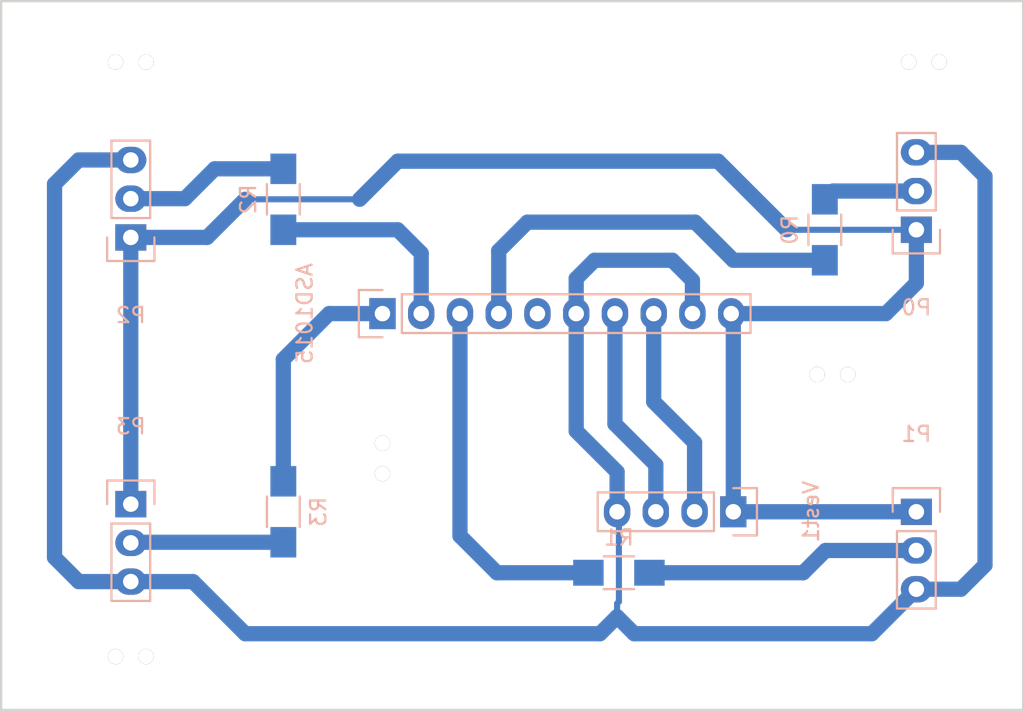
<source format=kicad_pcb>
(kicad_pcb (version 4) (host pcbnew 4.0.4-stable)

  (general
    (links 21)
    (no_connects 0)
    (area 120.924999 61.585713 188.075001 120.414287)
    (thickness 1.6)
    (drawings 4)
    (tracks 73)
    (zones 0)
    (modules 15)
    (nets 13)
  )

  (page A4)
  (layers
    (0 F.Cu signal)
    (31 B.Cu signal)
    (32 B.Adhes user)
    (33 F.Adhes user)
    (34 B.Paste user)
    (35 F.Paste user)
    (36 B.SilkS user)
    (37 F.SilkS user)
    (38 B.Mask user)
    (39 F.Mask user)
    (40 Dwgs.User user)
    (41 Cmts.User user)
    (42 Eco1.User user)
    (43 Eco2.User user)
    (44 Edge.Cuts user)
    (45 Margin user)
    (46 B.CrtYd user)
    (47 F.CrtYd user)
    (48 B.Fab user)
    (49 F.Fab user)
  )

  (setup
    (last_trace_width 0.4)
    (trace_clearance 0.2)
    (zone_clearance 0.508)
    (zone_45_only no)
    (trace_min 0.4)
    (segment_width 0.2)
    (edge_width 0.15)
    (via_size 0.6)
    (via_drill 0.4)
    (via_min_size 0.4)
    (via_min_drill 0.3)
    (uvia_size 0.3)
    (uvia_drill 0.1)
    (uvias_allowed no)
    (uvia_min_size 0.2)
    (uvia_min_drill 0.1)
    (pcb_text_width 0.3)
    (pcb_text_size 1.5 1.5)
    (mod_edge_width 0.15)
    (mod_text_size 1 1)
    (mod_text_width 0.15)
    (pad_size 1.524 1.524)
    (pad_drill 0.762)
    (pad_to_mask_clearance 0.2)
    (aux_axis_origin 0 0)
    (visible_elements FFFFFF7F)
    (pcbplotparams
      (layerselection 0x01000_80000000)
      (usegerberextensions false)
      (excludeedgelayer true)
      (linewidth 0.100000)
      (plotframeref false)
      (viasonmask false)
      (mode 1)
      (useauxorigin false)
      (hpglpennumber 1)
      (hpglpenspeed 20)
      (hpglpendiameter 15)
      (hpglpenoverlay 2)
      (psnegative false)
      (psa4output false)
      (plotreference true)
      (plotvalue true)
      (plotinvisibletext false)
      (padsonsilk false)
      (subtractmaskfromsilk false)
      (outputformat 1)
      (mirror false)
      (drillshape 0)
      (scaleselection 1)
      (outputdirectory gerbers/))
  )

  (net 0 "")
  (net 1 A3)
  (net 2 A2)
  (net 3 A1)
  (net 4 A0)
  (net 5 SDA)
  (net 6 SCL)
  (net 7 GND)
  (net 8 VCC)
  (net 9 "Net-(P1-Pad2)")
  (net 10 "Net-(P2-Pad2)")
  (net 11 "Net-(P3-Pad2)")
  (net 12 "Net-(P0-Pad2)")

  (net_class Default "This is the default net class."
    (clearance 0.2)
    (trace_width 0.4)
    (via_dia 0.6)
    (via_drill 0.4)
    (uvia_dia 0.3)
    (uvia_drill 0.1)
    (add_net A0)
    (add_net A1)
    (add_net A2)
    (add_net A3)
    (add_net GND)
    (add_net "Net-(P0-Pad2)")
    (add_net "Net-(P1-Pad2)")
    (add_net "Net-(P2-Pad2)")
    (add_net "Net-(P3-Pad2)")
    (add_net SCL)
    (add_net SDA)
    (add_net VCC)
  )

  (net_class Smaller ""
    (clearance 0.2)
    (trace_width 0.4)
    (via_dia 0.6)
    (via_drill 0.4)
    (uvia_dia 0.3)
    (uvia_drill 0.1)
  )

  (module sewing_hole (layer B.Cu) (tedit 58525952) (tstamp 58525A63)
    (at 174 92 270)
    (descr "Through hole pin header")
    (tags "pin header")
    (fp_text reference REF** (at 0 5.1 270) (layer B.SilkS) hide
      (effects (font (size 1 1) (thickness 0.15)) (justify mirror))
    )
    (fp_text value Pin_Header_Straight_1x02 (at 0 3.1 270) (layer B.Fab) hide
      (effects (font (size 1 1) (thickness 0.15)) (justify mirror))
    )
    (fp_line (start -1.75 1.75) (end -1.75 -4.3) (layer B.CrtYd) (width 0.05))
    (fp_line (start 1.75 1.75) (end 1.75 -4.3) (layer B.CrtYd) (width 0.05))
    (fp_line (start -1.75 1.75) (end 1.75 1.75) (layer B.CrtYd) (width 0.05))
    (fp_line (start -1.75 -4.3) (end 1.75 -4.3) (layer B.CrtYd) (width 0.05))
    (pad 1 thru_hole circle (at 0 -0.5 270) (size 1 1) (drill 1) (layers *.Cu *.Mask))
    (pad 2 thru_hole circle (at 0 -2.5 270) (size 1 1) (drill 1) (layers *.Cu *.Mask))
    (model Pin_Headers.3dshapes/Pin_Header_Straight_1x02.wrl
      (at (xyz 0 -0.05 0))
      (scale (xyz 1 1 1))
      (rotate (xyz 0 0 90))
    )
  )

  (module sewing_hole (layer B.Cu) (tedit 58525952) (tstamp 58525A4F)
    (at 180 71.5 270)
    (descr "Through hole pin header")
    (tags "pin header")
    (fp_text reference REF** (at 0 5.1 270) (layer B.SilkS) hide
      (effects (font (size 1 1) (thickness 0.15)) (justify mirror))
    )
    (fp_text value Pin_Header_Straight_1x02 (at 0 3.1 270) (layer B.Fab) hide
      (effects (font (size 1 1) (thickness 0.15)) (justify mirror))
    )
    (fp_line (start -1.75 1.75) (end -1.75 -4.3) (layer B.CrtYd) (width 0.05))
    (fp_line (start 1.75 1.75) (end 1.75 -4.3) (layer B.CrtYd) (width 0.05))
    (fp_line (start -1.75 1.75) (end 1.75 1.75) (layer B.CrtYd) (width 0.05))
    (fp_line (start -1.75 -4.3) (end 1.75 -4.3) (layer B.CrtYd) (width 0.05))
    (pad 1 thru_hole circle (at 0 -0.5 270) (size 1 1) (drill 1) (layers *.Cu *.Mask))
    (pad 2 thru_hole circle (at 0 -2.5 270) (size 1 1) (drill 1) (layers *.Cu *.Mask))
    (model Pin_Headers.3dshapes/Pin_Header_Straight_1x02.wrl
      (at (xyz 0 -0.05 0))
      (scale (xyz 1 1 1))
      (rotate (xyz 0 0 90))
    )
  )

  (module sewing_hole (layer B.Cu) (tedit 58525952) (tstamp 58525A30)
    (at 146 96 180)
    (descr "Through hole pin header")
    (tags "pin header")
    (fp_text reference REF** (at 0 5.1 180) (layer B.SilkS) hide
      (effects (font (size 1 1) (thickness 0.15)) (justify mirror))
    )
    (fp_text value Pin_Header_Straight_1x02 (at 0 3.1 180) (layer B.Fab) hide
      (effects (font (size 1 1) (thickness 0.15)) (justify mirror))
    )
    (fp_line (start -1.75 1.75) (end -1.75 -4.3) (layer B.CrtYd) (width 0.05))
    (fp_line (start 1.75 1.75) (end 1.75 -4.3) (layer B.CrtYd) (width 0.05))
    (fp_line (start -1.75 1.75) (end 1.75 1.75) (layer B.CrtYd) (width 0.05))
    (fp_line (start -1.75 -4.3) (end 1.75 -4.3) (layer B.CrtYd) (width 0.05))
    (pad 1 thru_hole circle (at 0 -0.5 180) (size 1 1) (drill 1) (layers *.Cu *.Mask))
    (pad 2 thru_hole circle (at 0 -2.5 180) (size 1 1) (drill 1) (layers *.Cu *.Mask))
    (model Pin_Headers.3dshapes/Pin_Header_Straight_1x02.wrl
      (at (xyz 0 -0.05 0))
      (scale (xyz 1 1 1))
      (rotate (xyz 0 0 90))
    )
  )

  (module sewing_hole (layer B.Cu) (tedit 58525952) (tstamp 58525A10)
    (at 128 110.5 270)
    (descr "Through hole pin header")
    (tags "pin header")
    (fp_text reference REF** (at 0 5.1 270) (layer B.SilkS) hide
      (effects (font (size 1 1) (thickness 0.15)) (justify mirror))
    )
    (fp_text value Pin_Header_Straight_1x02 (at 0 3.1 270) (layer B.Fab) hide
      (effects (font (size 1 1) (thickness 0.15)) (justify mirror))
    )
    (fp_line (start -1.75 1.75) (end -1.75 -4.3) (layer B.CrtYd) (width 0.05))
    (fp_line (start 1.75 1.75) (end 1.75 -4.3) (layer B.CrtYd) (width 0.05))
    (fp_line (start -1.75 1.75) (end 1.75 1.75) (layer B.CrtYd) (width 0.05))
    (fp_line (start -1.75 -4.3) (end 1.75 -4.3) (layer B.CrtYd) (width 0.05))
    (pad 1 thru_hole circle (at 0 -0.5 270) (size 1 1) (drill 1) (layers *.Cu *.Mask))
    (pad 2 thru_hole circle (at 0 -2.5 270) (size 1 1) (drill 1) (layers *.Cu *.Mask))
    (model Pin_Headers.3dshapes/Pin_Header_Straight_1x02.wrl
      (at (xyz 0 -0.05 0))
      (scale (xyz 1 1 1))
      (rotate (xyz 0 0 90))
    )
  )

  (module sewing_hole (layer B.Cu) (tedit 58525952) (tstamp 58525890)
    (at 128 71.5 270)
    (descr "Through hole pin header")
    (tags "pin header")
    (fp_text reference REF** (at 0 5.1 270) (layer B.SilkS) hide
      (effects (font (size 1 1) (thickness 0.15)) (justify mirror))
    )
    (fp_text value Pin_Header_Straight_1x02 (at 0 3.1 270) (layer B.Fab) hide
      (effects (font (size 1 1) (thickness 0.15)) (justify mirror))
    )
    (fp_line (start -1.75 1.75) (end -1.75 -4.3) (layer B.CrtYd) (width 0.05))
    (fp_line (start 1.75 1.75) (end 1.75 -4.3) (layer B.CrtYd) (width 0.05))
    (fp_line (start -1.75 1.75) (end 1.75 1.75) (layer B.CrtYd) (width 0.05))
    (fp_line (start -1.75 -4.3) (end 1.75 -4.3) (layer B.CrtYd) (width 0.05))
    (pad 1 thru_hole circle (at 0 -0.5 270) (size 1 1) (drill 1) (layers *.Cu *.Mask))
    (pad 2 thru_hole circle (at 0 -2.5 270) (size 1 1) (drill 1) (layers *.Cu *.Mask))
    (model Pin_Headers.3dshapes/Pin_Header_Straight_1x02.wrl
      (at (xyz 0 -0.05 0))
      (scale (xyz 1 1 1))
      (rotate (xyz 0 0 90))
    )
  )

  (module Pin_Headers:Pin_Header_Straight_1x10 (layer B.Cu) (tedit 0) (tstamp 58524506)
    (at 146 88 270)
    (descr "Through hole pin header")
    (tags "pin header")
    (path /58523C5C)
    (fp_text reference ASD1015 (at 0 5.1 270) (layer B.SilkS)
      (effects (font (size 1 1) (thickness 0.15)) (justify mirror))
    )
    (fp_text value CONN_01X10 (at 0 3.1 270) (layer B.Fab)
      (effects (font (size 1 1) (thickness 0.15)) (justify mirror))
    )
    (fp_line (start -1.75 1.75) (end -1.75 -24.65) (layer B.CrtYd) (width 0.05))
    (fp_line (start 1.75 1.75) (end 1.75 -24.65) (layer B.CrtYd) (width 0.05))
    (fp_line (start -1.75 1.75) (end 1.75 1.75) (layer B.CrtYd) (width 0.05))
    (fp_line (start -1.75 -24.65) (end 1.75 -24.65) (layer B.CrtYd) (width 0.05))
    (fp_line (start 1.27 -1.27) (end 1.27 -24.13) (layer B.SilkS) (width 0.15))
    (fp_line (start 1.27 -24.13) (end -1.27 -24.13) (layer B.SilkS) (width 0.15))
    (fp_line (start -1.27 -24.13) (end -1.27 -1.27) (layer B.SilkS) (width 0.15))
    (fp_line (start 1.55 1.55) (end 1.55 0) (layer B.SilkS) (width 0.15))
    (fp_line (start 1.27 -1.27) (end -1.27 -1.27) (layer B.SilkS) (width 0.15))
    (fp_line (start -1.55 0) (end -1.55 1.55) (layer B.SilkS) (width 0.15))
    (fp_line (start -1.55 1.55) (end 1.55 1.55) (layer B.SilkS) (width 0.15))
    (pad 1 thru_hole rect (at 0 0 270) (size 2.032 1.7272) (drill 1.016) (layers *.Cu *.Mask)
      (net 1 A3))
    (pad 2 thru_hole oval (at 0 -2.54 270) (size 2.032 1.7272) (drill 1.016) (layers *.Cu *.Mask)
      (net 2 A2))
    (pad 3 thru_hole oval (at 0 -5.08 270) (size 2.032 1.7272) (drill 1.016) (layers *.Cu *.Mask)
      (net 3 A1))
    (pad 4 thru_hole oval (at 0 -7.62 270) (size 2.032 1.7272) (drill 1.016) (layers *.Cu *.Mask)
      (net 4 A0))
    (pad 5 thru_hole oval (at 0 -10.16 270) (size 2.032 1.7272) (drill 1.016) (layers *.Cu *.Mask))
    (pad 6 thru_hole oval (at 0 -12.7 270) (size 2.032 1.7272) (drill 1.016) (layers *.Cu *.Mask)
      (net 7 GND))
    (pad 7 thru_hole oval (at 0 -15.24 270) (size 2.032 1.7272) (drill 1.016) (layers *.Cu *.Mask)
      (net 5 SDA))
    (pad 8 thru_hole oval (at 0 -17.78 270) (size 2.032 1.7272) (drill 1.016) (layers *.Cu *.Mask)
      (net 6 SCL))
    (pad 9 thru_hole oval (at 0 -20.32 270) (size 2.032 1.7272) (drill 1.016) (layers *.Cu *.Mask)
      (net 7 GND))
    (pad 10 thru_hole oval (at 0 -22.86 270) (size 2.032 1.7272) (drill 1.016) (layers *.Cu *.Mask)
      (net 8 VCC))
    (model Pin_Headers.3dshapes/Pin_Header_Straight_1x10.wrl
      (at (xyz 0 -0.45 0))
      (scale (xyz 1 1 1))
      (rotate (xyz 0 0 90))
    )
  )

  (module Pin_Headers:Pin_Header_Straight_1x03 (layer B.Cu) (tedit 0) (tstamp 58524518)
    (at 181 101 180)
    (descr "Through hole pin header")
    (tags "pin header")
    (path /58523E42)
    (fp_text reference P1 (at 0 5.1 180) (layer B.SilkS)
      (effects (font (size 1 1) (thickness 0.15)) (justify mirror))
    )
    (fp_text value CONN_01X03 (at 0 3.1 180) (layer B.Fab)
      (effects (font (size 1 1) (thickness 0.15)) (justify mirror))
    )
    (fp_line (start -1.75 1.75) (end -1.75 -6.85) (layer B.CrtYd) (width 0.05))
    (fp_line (start 1.75 1.75) (end 1.75 -6.85) (layer B.CrtYd) (width 0.05))
    (fp_line (start -1.75 1.75) (end 1.75 1.75) (layer B.CrtYd) (width 0.05))
    (fp_line (start -1.75 -6.85) (end 1.75 -6.85) (layer B.CrtYd) (width 0.05))
    (fp_line (start -1.27 -1.27) (end -1.27 -6.35) (layer B.SilkS) (width 0.15))
    (fp_line (start -1.27 -6.35) (end 1.27 -6.35) (layer B.SilkS) (width 0.15))
    (fp_line (start 1.27 -6.35) (end 1.27 -1.27) (layer B.SilkS) (width 0.15))
    (fp_line (start 1.55 1.55) (end 1.55 0) (layer B.SilkS) (width 0.15))
    (fp_line (start 1.27 -1.27) (end -1.27 -1.27) (layer B.SilkS) (width 0.15))
    (fp_line (start -1.55 0) (end -1.55 1.55) (layer B.SilkS) (width 0.15))
    (fp_line (start -1.55 1.55) (end 1.55 1.55) (layer B.SilkS) (width 0.15))
    (pad 1 thru_hole rect (at 0 0 180) (size 2.032 1.7272) (drill 1.016) (layers *.Cu *.Mask)
      (net 8 VCC))
    (pad 2 thru_hole oval (at 0 -2.54 180) (size 2.032 1.7272) (drill 1.016) (layers *.Cu *.Mask)
      (net 9 "Net-(P1-Pad2)"))
    (pad 3 thru_hole oval (at 0 -5.08 180) (size 2.032 1.7272) (drill 1.016) (layers *.Cu *.Mask)
      (net 7 GND))
    (model Pin_Headers.3dshapes/Pin_Header_Straight_1x03.wrl
      (at (xyz 0 -0.1 0))
      (scale (xyz 1 1 1))
      (rotate (xyz 0 0 90))
    )
  )

  (module Pin_Headers:Pin_Header_Straight_1x03 (layer B.Cu) (tedit 0) (tstamp 5852452A)
    (at 129.5 83)
    (descr "Through hole pin header")
    (tags "pin header")
    (path /58523CDB)
    (fp_text reference P2 (at 0 5.1) (layer B.SilkS)
      (effects (font (size 1 1) (thickness 0.15)) (justify mirror))
    )
    (fp_text value CONN_01X03 (at 0 3.1) (layer B.Fab)
      (effects (font (size 1 1) (thickness 0.15)) (justify mirror))
    )
    (fp_line (start -1.75 1.75) (end -1.75 -6.85) (layer B.CrtYd) (width 0.05))
    (fp_line (start 1.75 1.75) (end 1.75 -6.85) (layer B.CrtYd) (width 0.05))
    (fp_line (start -1.75 1.75) (end 1.75 1.75) (layer B.CrtYd) (width 0.05))
    (fp_line (start -1.75 -6.85) (end 1.75 -6.85) (layer B.CrtYd) (width 0.05))
    (fp_line (start -1.27 -1.27) (end -1.27 -6.35) (layer B.SilkS) (width 0.15))
    (fp_line (start -1.27 -6.35) (end 1.27 -6.35) (layer B.SilkS) (width 0.15))
    (fp_line (start 1.27 -6.35) (end 1.27 -1.27) (layer B.SilkS) (width 0.15))
    (fp_line (start 1.55 1.55) (end 1.55 0) (layer B.SilkS) (width 0.15))
    (fp_line (start 1.27 -1.27) (end -1.27 -1.27) (layer B.SilkS) (width 0.15))
    (fp_line (start -1.55 0) (end -1.55 1.55) (layer B.SilkS) (width 0.15))
    (fp_line (start -1.55 1.55) (end 1.55 1.55) (layer B.SilkS) (width 0.15))
    (pad 1 thru_hole rect (at 0 0) (size 2.032 1.7272) (drill 1.016) (layers *.Cu *.Mask)
      (net 8 VCC))
    (pad 2 thru_hole oval (at 0 -2.54) (size 2.032 1.7272) (drill 1.016) (layers *.Cu *.Mask)
      (net 10 "Net-(P2-Pad2)"))
    (pad 3 thru_hole oval (at 0 -5.08) (size 2.032 1.7272) (drill 1.016) (layers *.Cu *.Mask)
      (net 7 GND))
    (model Pin_Headers.3dshapes/Pin_Header_Straight_1x03.wrl
      (at (xyz 0 -0.1 0))
      (scale (xyz 1 1 1))
      (rotate (xyz 0 0 90))
    )
  )

  (module Pin_Headers:Pin_Header_Straight_1x03 (layer B.Cu) (tedit 0) (tstamp 5852453C)
    (at 129.5 100.5 180)
    (descr "Through hole pin header")
    (tags "pin header")
    (path /58523D30)
    (fp_text reference P3 (at 0 5.1 180) (layer B.SilkS)
      (effects (font (size 1 1) (thickness 0.15)) (justify mirror))
    )
    (fp_text value CONN_01X03 (at 0 3.1 180) (layer B.Fab)
      (effects (font (size 1 1) (thickness 0.15)) (justify mirror))
    )
    (fp_line (start -1.75 1.75) (end -1.75 -6.85) (layer B.CrtYd) (width 0.05))
    (fp_line (start 1.75 1.75) (end 1.75 -6.85) (layer B.CrtYd) (width 0.05))
    (fp_line (start -1.75 1.75) (end 1.75 1.75) (layer B.CrtYd) (width 0.05))
    (fp_line (start -1.75 -6.85) (end 1.75 -6.85) (layer B.CrtYd) (width 0.05))
    (fp_line (start -1.27 -1.27) (end -1.27 -6.35) (layer B.SilkS) (width 0.15))
    (fp_line (start -1.27 -6.35) (end 1.27 -6.35) (layer B.SilkS) (width 0.15))
    (fp_line (start 1.27 -6.35) (end 1.27 -1.27) (layer B.SilkS) (width 0.15))
    (fp_line (start 1.55 1.55) (end 1.55 0) (layer B.SilkS) (width 0.15))
    (fp_line (start 1.27 -1.27) (end -1.27 -1.27) (layer B.SilkS) (width 0.15))
    (fp_line (start -1.55 0) (end -1.55 1.55) (layer B.SilkS) (width 0.15))
    (fp_line (start -1.55 1.55) (end 1.55 1.55) (layer B.SilkS) (width 0.15))
    (pad 1 thru_hole rect (at 0 0 180) (size 2.032 1.7272) (drill 1.016) (layers *.Cu *.Mask)
      (net 8 VCC))
    (pad 2 thru_hole oval (at 0 -2.54 180) (size 2.032 1.7272) (drill 1.016) (layers *.Cu *.Mask)
      (net 11 "Net-(P3-Pad2)"))
    (pad 3 thru_hole oval (at 0 -5.08 180) (size 2.032 1.7272) (drill 1.016) (layers *.Cu *.Mask)
      (net 7 GND))
    (model Pin_Headers.3dshapes/Pin_Header_Straight_1x03.wrl
      (at (xyz 0 -0.1 0))
      (scale (xyz 1 1 1))
      (rotate (xyz 0 0 90))
    )
  )

  (module Pin_Headers:Pin_Header_Straight_1x04 (layer B.Cu) (tedit 0) (tstamp 58524561)
    (at 169 101 90)
    (descr "Through hole pin header")
    (tags "pin header")
    (path /58523E87)
    (fp_text reference Vest1 (at 0 5.1 90) (layer B.SilkS)
      (effects (font (size 1 1) (thickness 0.15)) (justify mirror))
    )
    (fp_text value CONN_01X04 (at 0 3.1 90) (layer B.Fab)
      (effects (font (size 1 1) (thickness 0.15)) (justify mirror))
    )
    (fp_line (start -1.75 1.75) (end -1.75 -9.4) (layer B.CrtYd) (width 0.05))
    (fp_line (start 1.75 1.75) (end 1.75 -9.4) (layer B.CrtYd) (width 0.05))
    (fp_line (start -1.75 1.75) (end 1.75 1.75) (layer B.CrtYd) (width 0.05))
    (fp_line (start -1.75 -9.4) (end 1.75 -9.4) (layer B.CrtYd) (width 0.05))
    (fp_line (start -1.27 -1.27) (end -1.27 -8.89) (layer B.SilkS) (width 0.15))
    (fp_line (start 1.27 -1.27) (end 1.27 -8.89) (layer B.SilkS) (width 0.15))
    (fp_line (start 1.55 1.55) (end 1.55 0) (layer B.SilkS) (width 0.15))
    (fp_line (start -1.27 -8.89) (end 1.27 -8.89) (layer B.SilkS) (width 0.15))
    (fp_line (start 1.27 -1.27) (end -1.27 -1.27) (layer B.SilkS) (width 0.15))
    (fp_line (start -1.55 0) (end -1.55 1.55) (layer B.SilkS) (width 0.15))
    (fp_line (start -1.55 1.55) (end 1.55 1.55) (layer B.SilkS) (width 0.15))
    (pad 1 thru_hole rect (at 0 0 90) (size 2.032 1.7272) (drill 1.016) (layers *.Cu *.Mask)
      (net 8 VCC))
    (pad 2 thru_hole oval (at 0 -2.54 90) (size 2.032 1.7272) (drill 1.016) (layers *.Cu *.Mask)
      (net 6 SCL))
    (pad 3 thru_hole oval (at 0 -5.08 90) (size 2.032 1.7272) (drill 1.016) (layers *.Cu *.Mask)
      (net 5 SDA))
    (pad 4 thru_hole oval (at 0 -7.62 90) (size 2.032 1.7272) (drill 1.016) (layers *.Cu *.Mask)
      (net 7 GND))
    (model Pin_Headers.3dshapes/Pin_Header_Straight_1x04.wrl
      (at (xyz 0 -0.15 0))
      (scale (xyz 1 1 1))
      (rotate (xyz 0 0 90))
    )
  )

  (module Resistors_SMD:R_1206_HandSoldering (layer B.Cu) (tedit 58307C0D) (tstamp 58524B67)
    (at 175 82.5 270)
    (descr "Resistor SMD 1206, hand soldering")
    (tags "resistor 1206")
    (path /58524A26)
    (attr smd)
    (fp_text reference R0 (at 0 2.3 270) (layer B.SilkS)
      (effects (font (size 1 1) (thickness 0.15)) (justify mirror))
    )
    (fp_text value 1K (at 0 -2.3 270) (layer B.Fab)
      (effects (font (size 1 1) (thickness 0.15)) (justify mirror))
    )
    (fp_line (start -1.6 -0.8) (end -1.6 0.8) (layer B.Fab) (width 0.1))
    (fp_line (start 1.6 -0.8) (end -1.6 -0.8) (layer B.Fab) (width 0.1))
    (fp_line (start 1.6 0.8) (end 1.6 -0.8) (layer B.Fab) (width 0.1))
    (fp_line (start -1.6 0.8) (end 1.6 0.8) (layer B.Fab) (width 0.1))
    (fp_line (start -3.3 1.2) (end 3.3 1.2) (layer B.CrtYd) (width 0.05))
    (fp_line (start -3.3 -1.2) (end 3.3 -1.2) (layer B.CrtYd) (width 0.05))
    (fp_line (start -3.3 1.2) (end -3.3 -1.2) (layer B.CrtYd) (width 0.05))
    (fp_line (start 3.3 1.2) (end 3.3 -1.2) (layer B.CrtYd) (width 0.05))
    (fp_line (start 1 -1.075) (end -1 -1.075) (layer B.SilkS) (width 0.15))
    (fp_line (start -1 1.075) (end 1 1.075) (layer B.SilkS) (width 0.15))
    (pad 1 smd rect (at -2 0 270) (size 2 1.7) (layers B.Cu B.Paste B.Mask)
      (net 12 "Net-(P0-Pad2)"))
    (pad 2 smd rect (at 2 0 270) (size 2 1.7) (layers B.Cu B.Paste B.Mask)
      (net 4 A0))
    (model Resistors_SMD.3dshapes/R_1206_HandSoldering.wrl
      (at (xyz 0 0 0))
      (scale (xyz 1 1 1))
      (rotate (xyz 0 0 0))
    )
  )

  (module Resistors_SMD:R_1206_HandSoldering (layer B.Cu) (tedit 58307C0D) (tstamp 58524B77)
    (at 161.5 105 180)
    (descr "Resistor SMD 1206, hand soldering")
    (tags "resistor 1206")
    (path /585249FD)
    (attr smd)
    (fp_text reference R1 (at 0 2.3 180) (layer B.SilkS)
      (effects (font (size 1 1) (thickness 0.15)) (justify mirror))
    )
    (fp_text value 1K (at 0 -2.3 180) (layer B.Fab)
      (effects (font (size 1 1) (thickness 0.15)) (justify mirror))
    )
    (fp_line (start -1.6 -0.8) (end -1.6 0.8) (layer B.Fab) (width 0.1))
    (fp_line (start 1.6 -0.8) (end -1.6 -0.8) (layer B.Fab) (width 0.1))
    (fp_line (start 1.6 0.8) (end 1.6 -0.8) (layer B.Fab) (width 0.1))
    (fp_line (start -1.6 0.8) (end 1.6 0.8) (layer B.Fab) (width 0.1))
    (fp_line (start -3.3 1.2) (end 3.3 1.2) (layer B.CrtYd) (width 0.05))
    (fp_line (start -3.3 -1.2) (end 3.3 -1.2) (layer B.CrtYd) (width 0.05))
    (fp_line (start -3.3 1.2) (end -3.3 -1.2) (layer B.CrtYd) (width 0.05))
    (fp_line (start 3.3 1.2) (end 3.3 -1.2) (layer B.CrtYd) (width 0.05))
    (fp_line (start 1 -1.075) (end -1 -1.075) (layer B.SilkS) (width 0.15))
    (fp_line (start -1 1.075) (end 1 1.075) (layer B.SilkS) (width 0.15))
    (pad 1 smd rect (at -2 0 180) (size 2 1.7) (layers B.Cu B.Paste B.Mask)
      (net 9 "Net-(P1-Pad2)"))
    (pad 2 smd rect (at 2 0 180) (size 2 1.7) (layers B.Cu B.Paste B.Mask)
      (net 3 A1))
    (model Resistors_SMD.3dshapes/R_1206_HandSoldering.wrl
      (at (xyz 0 0 0))
      (scale (xyz 1 1 1))
      (rotate (xyz 0 0 0))
    )
  )

  (module Resistors_SMD:R_1206_HandSoldering (layer B.Cu) (tedit 58307C0D) (tstamp 58524B87)
    (at 139.5 80.5 270)
    (descr "Resistor SMD 1206, hand soldering")
    (tags "resistor 1206")
    (path /585249D7)
    (attr smd)
    (fp_text reference R2 (at 0 2.3 270) (layer B.SilkS)
      (effects (font (size 1 1) (thickness 0.15)) (justify mirror))
    )
    (fp_text value 1K (at 0 -2.3 270) (layer B.Fab)
      (effects (font (size 1 1) (thickness 0.15)) (justify mirror))
    )
    (fp_line (start -1.6 -0.8) (end -1.6 0.8) (layer B.Fab) (width 0.1))
    (fp_line (start 1.6 -0.8) (end -1.6 -0.8) (layer B.Fab) (width 0.1))
    (fp_line (start 1.6 0.8) (end 1.6 -0.8) (layer B.Fab) (width 0.1))
    (fp_line (start -1.6 0.8) (end 1.6 0.8) (layer B.Fab) (width 0.1))
    (fp_line (start -3.3 1.2) (end 3.3 1.2) (layer B.CrtYd) (width 0.05))
    (fp_line (start -3.3 -1.2) (end 3.3 -1.2) (layer B.CrtYd) (width 0.05))
    (fp_line (start -3.3 1.2) (end -3.3 -1.2) (layer B.CrtYd) (width 0.05))
    (fp_line (start 3.3 1.2) (end 3.3 -1.2) (layer B.CrtYd) (width 0.05))
    (fp_line (start 1 -1.075) (end -1 -1.075) (layer B.SilkS) (width 0.15))
    (fp_line (start -1 1.075) (end 1 1.075) (layer B.SilkS) (width 0.15))
    (pad 1 smd rect (at -2 0 270) (size 2 1.7) (layers B.Cu B.Paste B.Mask)
      (net 10 "Net-(P2-Pad2)"))
    (pad 2 smd rect (at 2 0 270) (size 2 1.7) (layers B.Cu B.Paste B.Mask)
      (net 2 A2))
    (model Resistors_SMD.3dshapes/R_1206_HandSoldering.wrl
      (at (xyz 0 0 0))
      (scale (xyz 1 1 1))
      (rotate (xyz 0 0 0))
    )
  )

  (module Resistors_SMD:R_1206_HandSoldering (layer B.Cu) (tedit 58307C0D) (tstamp 58524B97)
    (at 139.5 101 90)
    (descr "Resistor SMD 1206, hand soldering")
    (tags "resistor 1206")
    (path /58524956)
    (attr smd)
    (fp_text reference R3 (at 0 2.3 90) (layer B.SilkS)
      (effects (font (size 1 1) (thickness 0.15)) (justify mirror))
    )
    (fp_text value 1K (at 0 -2.3 90) (layer B.Fab)
      (effects (font (size 1 1) (thickness 0.15)) (justify mirror))
    )
    (fp_line (start -1.6 -0.8) (end -1.6 0.8) (layer B.Fab) (width 0.1))
    (fp_line (start 1.6 -0.8) (end -1.6 -0.8) (layer B.Fab) (width 0.1))
    (fp_line (start 1.6 0.8) (end 1.6 -0.8) (layer B.Fab) (width 0.1))
    (fp_line (start -1.6 0.8) (end 1.6 0.8) (layer B.Fab) (width 0.1))
    (fp_line (start -3.3 1.2) (end 3.3 1.2) (layer B.CrtYd) (width 0.05))
    (fp_line (start -3.3 -1.2) (end 3.3 -1.2) (layer B.CrtYd) (width 0.05))
    (fp_line (start -3.3 1.2) (end -3.3 -1.2) (layer B.CrtYd) (width 0.05))
    (fp_line (start 3.3 1.2) (end 3.3 -1.2) (layer B.CrtYd) (width 0.05))
    (fp_line (start 1 -1.075) (end -1 -1.075) (layer B.SilkS) (width 0.15))
    (fp_line (start -1 1.075) (end 1 1.075) (layer B.SilkS) (width 0.15))
    (pad 1 smd rect (at -2 0 90) (size 2 1.7) (layers B.Cu B.Paste B.Mask)
      (net 11 "Net-(P3-Pad2)"))
    (pad 2 smd rect (at 2 0 90) (size 2 1.7) (layers B.Cu B.Paste B.Mask)
      (net 1 A3))
    (model Resistors_SMD.3dshapes/R_1206_HandSoldering.wrl
      (at (xyz 0 0 0))
      (scale (xyz 1 1 1))
      (rotate (xyz 0 0 0))
    )
  )

  (module Pin_Headers:Pin_Header_Straight_1x03 (layer B.Cu) (tedit 0) (tstamp 58524CA4)
    (at 181 82.5)
    (descr "Through hole pin header")
    (tags "pin header")
    (path /58523DC2)
    (fp_text reference P0 (at 0 5.1) (layer B.SilkS)
      (effects (font (size 1 1) (thickness 0.15)) (justify mirror))
    )
    (fp_text value CONN_01X03 (at 0 3.1) (layer B.Fab)
      (effects (font (size 1 1) (thickness 0.15)) (justify mirror))
    )
    (fp_line (start -1.75 1.75) (end -1.75 -6.85) (layer B.CrtYd) (width 0.05))
    (fp_line (start 1.75 1.75) (end 1.75 -6.85) (layer B.CrtYd) (width 0.05))
    (fp_line (start -1.75 1.75) (end 1.75 1.75) (layer B.CrtYd) (width 0.05))
    (fp_line (start -1.75 -6.85) (end 1.75 -6.85) (layer B.CrtYd) (width 0.05))
    (fp_line (start -1.27 -1.27) (end -1.27 -6.35) (layer B.SilkS) (width 0.15))
    (fp_line (start -1.27 -6.35) (end 1.27 -6.35) (layer B.SilkS) (width 0.15))
    (fp_line (start 1.27 -6.35) (end 1.27 -1.27) (layer B.SilkS) (width 0.15))
    (fp_line (start 1.55 1.55) (end 1.55 0) (layer B.SilkS) (width 0.15))
    (fp_line (start 1.27 -1.27) (end -1.27 -1.27) (layer B.SilkS) (width 0.15))
    (fp_line (start -1.55 0) (end -1.55 1.55) (layer B.SilkS) (width 0.15))
    (fp_line (start -1.55 1.55) (end 1.55 1.55) (layer B.SilkS) (width 0.15))
    (pad 1 thru_hole rect (at 0 0) (size 2.032 1.7272) (drill 1.016) (layers *.Cu *.Mask)
      (net 8 VCC))
    (pad 2 thru_hole oval (at 0 -2.54) (size 2.032 1.7272) (drill 1.016) (layers *.Cu *.Mask)
      (net 12 "Net-(P0-Pad2)"))
    (pad 3 thru_hole oval (at 0 -5.08) (size 2.032 1.7272) (drill 1.016) (layers *.Cu *.Mask)
      (net 7 GND))
    (model Pin_Headers.3dshapes/Pin_Header_Straight_1x03.wrl
      (at (xyz 0 -0.1 0))
      (scale (xyz 1 1 1))
      (rotate (xyz 0 0 90))
    )
  )

  (gr_line (start 121 67.5) (end 121 114) (angle 90) (layer Edge.Cuts) (width 0.15))
  (gr_line (start 188 67.5) (end 121 67.5) (angle 90) (layer Edge.Cuts) (width 0.15))
  (gr_line (start 188 114) (end 188 67.5) (angle 90) (layer Edge.Cuts) (width 0.15))
  (gr_line (start 121 114) (end 188 114) (angle 90) (layer Edge.Cuts) (width 0.15))

  (segment (start 146 88) (end 142.5 88) (width 1) (layer B.Cu) (net 1))
  (segment (start 139.5 91) (end 139.5 99) (width 1) (layer B.Cu) (net 1) (tstamp 58525451))
  (segment (start 142.5 88) (end 139.5 91) (width 1) (layer B.Cu) (net 1) (tstamp 58525446))
  (segment (start 139.5 82.5) (end 147 82.5) (width 1) (layer B.Cu) (net 2))
  (segment (start 147 82.5) (end 148.54 84.04) (width 1) (layer B.Cu) (net 2) (tstamp 585250BF))
  (segment (start 148.54 84.04) (end 148.54 88) (width 1) (layer B.Cu) (net 2) (tstamp 585250C0))
  (segment (start 159.5 105) (end 153.5 105) (width 1) (layer B.Cu) (net 3))
  (segment (start 151.08 102.58) (end 151.08 88) (width 1) (layer B.Cu) (net 3) (tstamp 58524FA7))
  (segment (start 153.5 105) (end 151.08 102.58) (width 1) (layer B.Cu) (net 3) (tstamp 58524FA6))
  (segment (start 155.5 82) (end 153.62 83.88) (width 1) (layer B.Cu) (net 4))
  (segment (start 169 84.5) (end 166.5 82) (width 1) (layer B.Cu) (net 4) (tstamp 585252B1))
  (segment (start 166.5 82) (end 155.5 82) (width 1) (layer B.Cu) (net 4) (tstamp 585252B3))
  (segment (start 153.62 88) (end 153.62 83.88) (width 1) (layer B.Cu) (net 4) (tstamp 585250BC))
  (segment (start 169 84.5) (end 175 84.5) (width 1) (layer B.Cu) (net 4))
  (segment (start 163.92 101) (end 163.92 97.92) (width 1) (layer B.Cu) (net 5))
  (segment (start 161.24 95.24) (end 161.24 88) (width 1) (layer B.Cu) (net 5) (tstamp 58524EF2))
  (segment (start 163.92 97.92) (end 161.24 95.24) (width 1) (layer B.Cu) (net 5) (tstamp 58524EF1))
  (segment (start 166.46 101) (end 166.46 96.46) (width 1) (layer B.Cu) (net 6))
  (segment (start 163.78 93.78) (end 163.78 88) (width 1) (layer B.Cu) (net 6) (tstamp 58524EEE))
  (segment (start 166.46 96.46) (end 163.78 93.78) (width 1) (layer B.Cu) (net 6) (tstamp 58524EED))
  (segment (start 161.38 107.88) (end 161.38 107.02) (width 0.4) (layer B.Cu) (net 7))
  (segment (start 161.5 106.9) (end 161.5 101.12) (width 0.4) (layer B.Cu) (net 7) (tstamp 5852612F) (status 800000))
  (segment (start 161.38 107.02) (end 161.5 106.9) (width 0.4) (layer B.Cu) (net 7) (tstamp 5852612E))
  (segment (start 161.5 101.12) (end 161.38 101) (width 0.4) (layer B.Cu) (net 7) (tstamp 58526130) (status C00000))
  (segment (start 129.5 105.58) (end 126.08 105.58) (width 1) (layer B.Cu) (net 7))
  (segment (start 126.08 77.92) (end 129.5 77.92) (width 1) (layer B.Cu) (net 7) (tstamp 5852547E))
  (segment (start 124.5 79.5) (end 126.08 77.92) (width 1) (layer B.Cu) (net 7) (tstamp 5852547B))
  (segment (start 124.5 104) (end 124.5 79.5) (width 1) (layer B.Cu) (net 7) (tstamp 58525477))
  (segment (start 126.08 105.58) (end 124.5 104) (width 1) (layer B.Cu) (net 7) (tstamp 5852546E))
  (segment (start 129.5 105.58) (end 133.58 105.58) (width 1) (layer B.Cu) (net 7))
  (segment (start 160.26 109) (end 161.38 107.88) (width 1) (layer B.Cu) (net 7) (tstamp 5852500A))
  (segment (start 137 109) (end 160.26 109) (width 1) (layer B.Cu) (net 7) (tstamp 5852546A))
  (segment (start 133.58 105.58) (end 137 109) (width 1) (layer B.Cu) (net 7) (tstamp 5852545C))
  (segment (start 181 106.08) (end 183.92 106.08) (width 1) (layer B.Cu) (net 7))
  (segment (start 183.92 77.42) (end 181 77.42) (width 1) (layer B.Cu) (net 7) (tstamp 58525320))
  (segment (start 185.5 79) (end 183.92 77.42) (width 1) (layer B.Cu) (net 7) (tstamp 5852531C))
  (segment (start 185.5 104.5) (end 185.5 79) (width 1) (layer B.Cu) (net 7) (tstamp 58525313))
  (segment (start 183.92 106.08) (end 185.5 104.5) (width 1) (layer B.Cu) (net 7) (tstamp 5852530C))
  (segment (start 162.5 109) (end 178.08 109) (width 1) (layer B.Cu) (net 7))
  (segment (start 161.38 107.88) (end 162.5 109) (width 1) (layer B.Cu) (net 7) (tstamp 58524F44))
  (segment (start 178.08 109) (end 181 106.08) (width 1) (layer B.Cu) (net 7) (tstamp 58525308))
  (segment (start 158.7 88) (end 158.7 85.7) (width 1) (layer B.Cu) (net 7))
  (segment (start 166.32 85.82) (end 166.32 88) (width 1) (layer B.Cu) (net 7) (tstamp 58525106))
  (segment (start 165 84.5) (end 166.32 85.82) (width 1) (layer B.Cu) (net 7) (tstamp 58525105))
  (segment (start 159.9 84.5) (end 165 84.5) (width 1) (layer B.Cu) (net 7) (tstamp 58525103))
  (segment (start 158.7 85.7) (end 159.9 84.5) (width 1) (layer B.Cu) (net 7) (tstamp 58525102))
  (segment (start 161.38 101) (end 161.38 98.38) (width 1) (layer B.Cu) (net 7))
  (segment (start 158.7 95.7) (end 158.7 88) (width 1) (layer B.Cu) (net 7) (tstamp 585250EB))
  (segment (start 161.38 98.38) (end 158.7 95.7) (width 1) (layer B.Cu) (net 7) (tstamp 585250DC))
  (segment (start 144.5 80.5) (end 137 80.5) (width 0.4) (layer B.Cu) (net 8))
  (segment (start 129.5 83) (end 134.5 83) (width 1) (layer B.Cu) (net 8))
  (segment (start 134.5 83) (end 137 80.5) (width 1) (layer B.Cu) (net 8) (tstamp 58525426))
  (segment (start 144.5 80.5) (end 147 78) (width 1) (layer B.Cu) (net 8) (tstamp 58525431))
  (segment (start 168 78) (end 147 78) (width 1) (layer B.Cu) (net 8) (tstamp 585252A9))
  (segment (start 172.5 82.5) (end 168 78) (width 1) (layer B.Cu) (net 8) (tstamp 58525290))
  (segment (start 172.5 82.5) (end 181 82.5) (width 0.4) (layer B.Cu) (net 8) (status 800000))
  (segment (start 168.86 88) (end 179 88) (width 1) (layer B.Cu) (net 8))
  (segment (start 179 88) (end 181 86) (width 1) (layer B.Cu) (net 8) (tstamp 585254AD))
  (segment (start 181 86) (end 181 82.5) (width 1) (layer B.Cu) (net 8) (tstamp 585254B0))
  (segment (start 129.5 83) (end 129.5 100.5) (width 1) (layer B.Cu) (net 8))
  (segment (start 181 101) (end 169 101) (width 1) (layer B.Cu) (net 8))
  (segment (start 169 101) (end 169 88.14) (width 1) (layer B.Cu) (net 8))
  (segment (start 169 88.14) (end 168.86 88) (width 1) (layer B.Cu) (net 8) (tstamp 58524EEA))
  (segment (start 181 103.54) (end 175.04 103.54) (width 1) (layer B.Cu) (net 9))
  (segment (start 175.04 103.54) (end 173.58 105) (width 1) (layer B.Cu) (net 9) (tstamp 58524FA2))
  (segment (start 173.58 105) (end 163.5 105) (width 1) (layer B.Cu) (net 9) (tstamp 58524FA3))
  (segment (start 139.5 78.5) (end 135 78.5) (width 1) (layer B.Cu) (net 10))
  (segment (start 133.04 80.46) (end 129.5 80.46) (width 1) (layer B.Cu) (net 10) (tstamp 58525439))
  (segment (start 135 78.5) (end 133.04 80.46) (width 1) (layer B.Cu) (net 10) (tstamp 58525435))
  (segment (start 139.5 103) (end 129.54 103) (width 1) (layer B.Cu) (net 11))
  (segment (start 129.54 103) (end 129.5 103.04) (width 1) (layer B.Cu) (net 11) (tstamp 58525455))
  (segment (start 181 79.96) (end 175.54 79.96) (width 1) (layer B.Cu) (net 12))
  (segment (start 175.54 79.96) (end 175 80.5) (width 1) (layer B.Cu) (net 12) (tstamp 5852528D))

)

</source>
